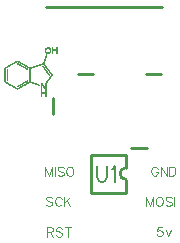
<source format=gbr>
G04 DipTrace 2.3.0.3*
%INTopSilk.gbr*%
%MOIN*%
%ADD10C,0.0098*%
%ADD12C,0.001*%
%ADD43C,0.0077*%
%ADD44C,0.0046*%
%FSLAX44Y44*%
G04*
G70*
G90*
G75*
G01*
%LNTopSilk*%
%LPD*%
X8374Y7039D2*
D10*
X8886D1*
X8847Y9489D2*
X9358D1*
X6587Y9509D2*
X7098D1*
X5773Y8683D2*
Y8172D1*
X8192Y6803D2*
X7011D1*
X8192Y5543D2*
X7011D1*
Y6803D2*
Y5543D1*
X8192Y6803D2*
Y6370D1*
Y5976D2*
Y5543D1*
Y6370D2*
G03X8192Y5976I0J-197D01*
G01*
X9400Y11730D2*
X5537D1*
X5570Y10393D2*
D12*
X5590D1*
X5546Y10383D2*
X5612D1*
X5720D2*
X5740D1*
X5860D2*
X5880D1*
X5528Y10373D2*
X5630D1*
X5720D2*
X5740D1*
X5860D2*
X5880D1*
X5514Y10363D2*
X5540D1*
X5608D2*
X5642D1*
X5720D2*
X5740D1*
X5860D2*
X5880D1*
X5503Y10353D2*
X5530D1*
X5622D2*
X5650D1*
X5720D2*
X5740D1*
X5860D2*
X5880D1*
X5496Y10343D2*
X5520D1*
X5633D2*
X5657D1*
X5720D2*
X5740D1*
X5860D2*
X5880D1*
X5491Y10333D2*
X5512D1*
X5640D2*
X5662D1*
X5720D2*
X5740D1*
X5860D2*
X5880D1*
X5487Y10323D2*
X5506D1*
X5645D2*
X5666D1*
X5720D2*
X5740D1*
X5860D2*
X5880D1*
X5484Y10313D2*
X5503D1*
X5649D2*
X5668D1*
X5720D2*
X5740D1*
X5860D2*
X5880D1*
X5482Y10303D2*
X5501D1*
X5653D2*
X5669D1*
X5720D2*
X5880D1*
X5481Y10293D2*
X5500D1*
X5655D2*
X5670D1*
X5720D2*
X5880D1*
X5480Y10283D2*
X5500D1*
X5654D2*
X5670D1*
X5720D2*
X5880D1*
X5481Y10273D2*
X5500D1*
X5653D2*
X5670D1*
X5720D2*
X5740D1*
X5860D2*
X5880D1*
X5482Y10263D2*
X5502D1*
X5651D2*
X5670D1*
X5720D2*
X5740D1*
X5860D2*
X5880D1*
X5484Y10253D2*
X5504D1*
X5649D2*
X5668D1*
X5720D2*
X5740D1*
X5860D2*
X5880D1*
X5488Y10243D2*
X5509D1*
X5645D2*
X5666D1*
X5720D2*
X5740D1*
X5860D2*
X5880D1*
X5493Y10233D2*
X5515D1*
X5637D2*
X5661D1*
X5720D2*
X5740D1*
X5860D2*
X5880D1*
X5500Y10223D2*
X5537D1*
X5614D2*
X5655D1*
X5720D2*
X5740D1*
X5860D2*
X5880D1*
X5509Y10213D2*
X5574D1*
X5577D2*
X5646D1*
X5720D2*
X5740D1*
X5860D2*
X5880D1*
X5523Y10203D2*
X5633D1*
X5720D2*
X5740D1*
X5860D2*
X5880D1*
X5540Y10193D2*
X5617D1*
X5720D2*
X5740D1*
X5860D2*
X5880D1*
X5560Y10183D2*
X5600D1*
X5530Y10153D2*
X5540D1*
X5525Y10143D2*
X5535D1*
X5521Y10133D2*
X5531D1*
X5517Y10123D2*
X5527D1*
X5513Y10113D2*
X5523D1*
X5510Y10103D2*
X5520D1*
X5507Y10093D2*
X5517D1*
X5503Y10083D2*
X5513D1*
X5500Y10073D2*
X5510D1*
X5497Y10063D2*
X5507D1*
X5493Y10053D2*
X5503D1*
X5490Y10043D2*
X5500D1*
X5487Y10033D2*
X5497D1*
X5483Y10023D2*
X5493D1*
X5480Y10013D2*
X5490D1*
X5477Y10003D2*
X5487D1*
X5473Y9993D2*
X5483D1*
X5470Y9983D2*
X5480D1*
X5467Y9973D2*
X5477D1*
X5463Y9963D2*
X5473D1*
X5460Y9953D2*
X5470D1*
X4560Y9943D2*
D3*
X5457D2*
X5467D1*
X4540Y9933D2*
X4580D1*
X5453D2*
X5463D1*
X4520Y9923D2*
X4550D1*
X4568D2*
X4598D1*
X5450D2*
X5460D1*
X4502Y9913D2*
X4532D1*
X4586D2*
X4616D1*
X5447D2*
X5457D1*
X4484Y9903D2*
X4514D1*
X4603D2*
X4633D1*
X5443D2*
X5453D1*
X4467Y9893D2*
X4497D1*
X4622D2*
X4652D1*
X5440D2*
X5450D1*
X4448Y9883D2*
X4478D1*
X4641D2*
X4670D1*
X5436D2*
X5447D1*
X4429Y9873D2*
X4459D1*
X4660D2*
X4689D1*
X5431D2*
X5444D1*
X4410Y9863D2*
X4440D1*
X4678D2*
X4706D1*
X5423D2*
X5442D1*
X4392Y9853D2*
X4422D1*
X4560D2*
X4580D1*
X4696D2*
X4723D1*
X5406D2*
X5442D1*
X4374Y9843D2*
X4404D1*
X4572D2*
X4597D1*
X4713D2*
X4741D1*
X5383D2*
X5446D1*
X4357Y9833D2*
X4387D1*
X4586D2*
X4614D1*
X4730D2*
X4759D1*
X5356D2*
X5410D1*
X5430D2*
X5451D1*
X4339Y9823D2*
X4369D1*
X4603D2*
X4632D1*
X4747D2*
X4776D1*
X5325D2*
X5380D1*
X5440D2*
X5457D1*
X4321Y9813D2*
X4351D1*
X4621D2*
X4650D1*
X4764D2*
X4793D1*
X5293D2*
X5348D1*
X5448D2*
X5464D1*
X4304Y9803D2*
X4334D1*
X4639D2*
X4669D1*
X4782D2*
X4812D1*
X5261D2*
X5316D1*
X5456D2*
X5471D1*
X4287Y9793D2*
X4317D1*
X4656D2*
X4686D1*
X4801D2*
X4830D1*
X5229D2*
X5283D1*
X5463D2*
X5479D1*
X4268Y9783D2*
X4299D1*
X4673D2*
X4703D1*
X4820D2*
X4849D1*
X5196D2*
X5251D1*
X5471D2*
X5486D1*
X4250Y9773D2*
X4281D1*
X4692D2*
X4722D1*
X4838D2*
X4866D1*
X5163D2*
X5219D1*
X5479D2*
X5493D1*
X4231Y9763D2*
X4264D1*
X4711D2*
X4741D1*
X4856D2*
X4883D1*
X5131D2*
X5186D1*
X5400D2*
X5410D1*
X5486D2*
X5501D1*
X4214Y9753D2*
X4247D1*
X4730D2*
X4760D1*
X4873D2*
X4901D1*
X5099D2*
X5153D1*
X5407D2*
X5420D1*
X5493D2*
X5509D1*
X4197Y9743D2*
X4229D1*
X4748D2*
X4778D1*
X4891D2*
X4919D1*
X5068D2*
X5122D1*
X5414D2*
X5428D1*
X5501D2*
X5516D1*
X4179Y9733D2*
X4211D1*
X4766D2*
X4796D1*
X4909D2*
X4935D1*
X5038D2*
X5091D1*
X5421D2*
X5436D1*
X5509D2*
X5523D1*
X4163Y9723D2*
X4194D1*
X4783D2*
X4813D1*
X4926D2*
X4950D1*
X5010D2*
X5061D1*
X5429D2*
X5443D1*
X5516D2*
X5531D1*
X4150Y9713D2*
X4179D1*
X4801D2*
X4831D1*
X4941D2*
X5033D1*
X5436D2*
X5451D1*
X5523D2*
X5539D1*
X4145Y9703D2*
X4167D1*
X4819D2*
X4849D1*
X4953D2*
X5010D1*
X5443D2*
X5459D1*
X5531D2*
X5546D1*
X4142Y9693D2*
X4157D1*
X4836D2*
X4866D1*
X4963D2*
X4993D1*
X5451D2*
X5466D1*
X5539D2*
X5553D1*
X4141Y9683D2*
X4153D1*
X4853D2*
X4883D1*
X4967D2*
X4985D1*
X5459D2*
X5473D1*
X5546D2*
X5562D1*
X4140Y9673D2*
X4151D1*
X4871D2*
X4900D1*
X4969D2*
X4982D1*
X5466D2*
X5481D1*
X5553D2*
X5570D1*
X4140Y9663D2*
X4151D1*
X4210D2*
X4220D1*
X4890D2*
D3*
X4969D2*
X4981D1*
X5473D2*
X5489D1*
X5562D2*
X5579D1*
X4140Y9653D2*
X4150D1*
X4210D2*
X4220D1*
X4970D2*
X4980D1*
X5481D2*
X5496D1*
X5570D2*
X5586D1*
X4140Y9643D2*
X4150D1*
X4210D2*
X4220D1*
X4970D2*
X4980D1*
X5489D2*
X5503D1*
X5579D2*
X5593D1*
X4140Y9633D2*
X4150D1*
X4210D2*
X4220D1*
X4970D2*
X4980D1*
X5496D2*
X5511D1*
X5586D2*
X5600D1*
X4140Y9623D2*
X4150D1*
X4210D2*
X4220D1*
X4970D2*
X4980D1*
X5503D2*
X5519D1*
X5593D2*
X5607D1*
X4140Y9613D2*
X4150D1*
X4210D2*
X4220D1*
X4970D2*
X4980D1*
X5511D2*
X5526D1*
X5601D2*
X5614D1*
X4140Y9603D2*
X4150D1*
X4210D2*
X4220D1*
X4970D2*
X4980D1*
X5519D2*
X5533D1*
X5609D2*
X5622D1*
X4140Y9593D2*
X4150D1*
X4210D2*
X4220D1*
X4970D2*
X4980D1*
X5526D2*
X5541D1*
X5616D2*
X5630D1*
X4140Y9583D2*
X4150D1*
X4210D2*
X4220D1*
X4970D2*
X4980D1*
X5533D2*
X5549D1*
X5623D2*
X5639D1*
X4140Y9573D2*
X4150D1*
X4210D2*
X4220D1*
X4970D2*
X4980D1*
X5541D2*
X5556D1*
X5630D2*
X5646D1*
X4140Y9563D2*
X4150D1*
X4210D2*
X4220D1*
X4970D2*
X4980D1*
X5549D2*
X5563D1*
X5637D2*
X5653D1*
X4140Y9553D2*
X4150D1*
X4210D2*
X4220D1*
X4970D2*
X4980D1*
X5556D2*
X5571D1*
X5644D2*
X5661D1*
X4140Y9543D2*
X4150D1*
X4210D2*
X4220D1*
X4970D2*
X4980D1*
X5563D2*
X5579D1*
X5651D2*
X5669D1*
X4140Y9533D2*
X4150D1*
X4210D2*
X4220D1*
X4970D2*
X4980D1*
X5571D2*
X5586D1*
X5659D2*
X5676D1*
X4140Y9523D2*
X4150D1*
X4210D2*
X4220D1*
X4970D2*
X4980D1*
X5579D2*
X5593D1*
X5666D2*
X5683D1*
X4140Y9513D2*
X4150D1*
X4210D2*
X4220D1*
X4970D2*
X4980D1*
X5586D2*
X5601D1*
X5673D2*
X5691D1*
X4140Y9503D2*
X4150D1*
X4210D2*
X4220D1*
X4970D2*
X4980D1*
X5593D2*
X5609D1*
X5681D2*
X5699D1*
X4140Y9493D2*
X4150D1*
X4210D2*
X4220D1*
X4970D2*
X4980D1*
X5602D2*
X5614D1*
X5689D2*
X5706D1*
X4140Y9483D2*
X4150D1*
X4210D2*
X4220D1*
X4970D2*
X4980D1*
X5611D2*
X5618D1*
X5695D2*
X5713D1*
X4140Y9473D2*
X4150D1*
X4210D2*
X4220D1*
X4970D2*
X4980D1*
X5620D2*
D3*
X5697D2*
X5720D1*
X4140Y9463D2*
X4150D1*
X4210D2*
X4220D1*
X4970D2*
X4980D1*
X5693D2*
X5712D1*
X4140Y9453D2*
X4150D1*
X4210D2*
X4220D1*
X4970D2*
X4980D1*
X5687D2*
X5704D1*
X4140Y9443D2*
X4150D1*
X4210D2*
X4220D1*
X4970D2*
X4980D1*
X5680D2*
X5697D1*
X4140Y9433D2*
X4150D1*
X4210D2*
X4220D1*
X4970D2*
X4980D1*
X5674D2*
X5690D1*
X4140Y9423D2*
X4150D1*
X4210D2*
X4220D1*
X4970D2*
X4980D1*
X5666D2*
X5683D1*
X4140Y9413D2*
X4150D1*
X4210D2*
X4220D1*
X4970D2*
X4980D1*
X5659D2*
X5676D1*
X4140Y9403D2*
X4150D1*
X4210D2*
X4220D1*
X4970D2*
X4980D1*
X5651D2*
X5668D1*
X4140Y9393D2*
X4150D1*
X4210D2*
X4220D1*
X4970D2*
X4980D1*
X5644D2*
X5659D1*
X4140Y9383D2*
X4150D1*
X4210D2*
X4220D1*
X4970D2*
X4980D1*
X5637D2*
X5650D1*
X4140Y9373D2*
X4150D1*
X4210D2*
X4220D1*
X4970D2*
X4980D1*
X5628D2*
X5642D1*
X4140Y9363D2*
X4150D1*
X4210D2*
X4220D1*
X4970D2*
X4980D1*
X5620D2*
X5634D1*
X4140Y9353D2*
X4150D1*
X4210D2*
X4220D1*
X4970D2*
X4980D1*
X5611D2*
X5627D1*
X4140Y9343D2*
X4150D1*
X4210D2*
X4220D1*
X4970D2*
X4980D1*
X5604D2*
X5620D1*
X4140Y9333D2*
X4150D1*
X4210D2*
X4220D1*
X4970D2*
X4980D1*
X5597D2*
X5613D1*
X4140Y9323D2*
X4150D1*
X4210D2*
X4220D1*
X4970D2*
X4980D1*
X5589D2*
X5606D1*
X4140Y9313D2*
X4150D1*
X4210D2*
X4220D1*
X4970D2*
X4980D1*
X5581D2*
X5599D1*
X4140Y9303D2*
X4150D1*
X4210D2*
X4220D1*
X4970D2*
X4980D1*
X5574D2*
X5591D1*
X4140Y9293D2*
X4150D1*
X4210D2*
X4220D1*
X4970D2*
X4980D1*
X5567D2*
X5584D1*
X4140Y9283D2*
X4150D1*
X4210D2*
X4220D1*
X4890D2*
X4900D1*
X4970D2*
X4980D1*
X5559D2*
X5577D1*
X4140Y9273D2*
X4150D1*
X4870D2*
X4890D1*
X4970D2*
X4981D1*
X5551D2*
X5569D1*
X4140Y9263D2*
X4152D1*
X4852D2*
X4877D1*
X4968D2*
X4983D1*
X5544D2*
X5561D1*
X4141Y9253D2*
X4158D1*
X4834D2*
X4862D1*
X4962D2*
X4992D1*
X5539D2*
X5554D1*
X4143Y9243D2*
X4167D1*
X4817D2*
X4846D1*
X4953D2*
X5011D1*
X5534D2*
X5547D1*
X4152Y9233D2*
X4180D1*
X4798D2*
X4828D1*
X4940D2*
X5035D1*
X5530D2*
X5540D1*
X4165Y9223D2*
X4195D1*
X4780D2*
X4810D1*
X4925D2*
X4948D1*
X5010D2*
X5063D1*
X4181Y9213D2*
X4212D1*
X4761D2*
X4791D1*
X4908D2*
X4934D1*
X5040D2*
X5094D1*
X4197Y9203D2*
X4229D1*
X4744D2*
X4774D1*
X4891D2*
X4917D1*
X5070D2*
X5125D1*
X4214Y9193D2*
X4246D1*
X4727D2*
X4757D1*
X4874D2*
X4899D1*
X5102D2*
X5156D1*
X5350D2*
X5380D1*
X5490D2*
X5510D1*
X4232Y9183D2*
X4264D1*
X4709D2*
X4739D1*
X4856D2*
X4881D1*
X5134D2*
X5188D1*
X5350D2*
X5385D1*
X5490D2*
X5510D1*
X4251Y9173D2*
X4282D1*
X4691D2*
X4721D1*
X4838D2*
X4864D1*
X5167D2*
X5218D1*
X5350D2*
X5392D1*
X5490D2*
X5510D1*
X4270Y9163D2*
X4300D1*
X4674D2*
X4704D1*
X4819D2*
X4847D1*
X5199D2*
X5247D1*
X5350D2*
X5399D1*
X5490D2*
X5510D1*
X4290Y9153D2*
X4319D1*
X4657D2*
X4687D1*
X4800D2*
X4829D1*
X5231D2*
X5270D1*
X5350D2*
X5406D1*
X5490D2*
X5510D1*
X4308Y9143D2*
X4336D1*
X4638D2*
X4668D1*
X4780D2*
X4811D1*
X5265D2*
X5287D1*
X5350D2*
X5370D1*
X5392D2*
X5413D1*
X5490D2*
X5510D1*
X4326Y9133D2*
X4353D1*
X4619D2*
X4649D1*
X4762D2*
X4794D1*
X5300D2*
D3*
X5350D2*
X5370D1*
X5396D2*
X5420D1*
X5490D2*
X5510D1*
X4343Y9123D2*
X4371D1*
X4601D2*
X4630D1*
X4744D2*
X4777D1*
X5350D2*
X5370D1*
X5402D2*
X5427D1*
X5490D2*
X5510D1*
X4361Y9113D2*
X4389D1*
X4584D2*
X4612D1*
X4727D2*
X4758D1*
X5350D2*
X5370D1*
X5409D2*
X5433D1*
X5490D2*
X5510D1*
X4379Y9103D2*
X4406D1*
X4571D2*
X4595D1*
X4709D2*
X4740D1*
X5350D2*
X5370D1*
X5416D2*
X5440D1*
X5490D2*
X5510D1*
X4396Y9093D2*
X4423D1*
X4560D2*
X4580D1*
X4691D2*
X4721D1*
X5350D2*
X5370D1*
X5423D2*
X5447D1*
X5490D2*
X5510D1*
X4413Y9083D2*
X4442D1*
X4674D2*
X4704D1*
X5350D2*
X5370D1*
X5430D2*
X5453D1*
X5490D2*
X5510D1*
X4432Y9073D2*
X4461D1*
X4657D2*
X4687D1*
X5350D2*
X5370D1*
X5437D2*
X5460D1*
X5490D2*
X5510D1*
X4450Y9063D2*
X4480D1*
X4638D2*
X4668D1*
X5350D2*
X5370D1*
X5443D2*
X5467D1*
X5488D2*
X5510D1*
X4469Y9053D2*
X4498D1*
X4620D2*
X4650D1*
X5350D2*
X5370D1*
X5450D2*
X5473D1*
X5485D2*
X5510D1*
X4486Y9043D2*
X4516D1*
X4602D2*
X4631D1*
X5350D2*
X5370D1*
X5457D2*
X5510D1*
X4503Y9033D2*
X4533D1*
X4585D2*
X4614D1*
X5350D2*
X5370D1*
X5464D2*
X5510D1*
X4522Y9023D2*
X4550D1*
X4570D2*
X4597D1*
X5350D2*
X5370D1*
X5472D2*
X5510D1*
X4541Y9013D2*
X4579D1*
X5350D2*
X5370D1*
X5481D2*
X5510D1*
X4560Y9003D2*
D3*
X5350D2*
X5370D1*
X5490D2*
X5510D1*
X5350Y8953D2*
X5370D1*
X5490D2*
X5510D1*
X5350Y8943D2*
X5370D1*
X5490D2*
X5510D1*
X5350Y8933D2*
X5370D1*
X5490D2*
X5510D1*
X5350Y8923D2*
X5370D1*
X5490D2*
X5510D1*
X5350Y8913D2*
X5370D1*
X5490D2*
X5510D1*
X5350Y8903D2*
X5370D1*
X5490D2*
X5510D1*
X5350Y8893D2*
X5370D1*
X5490D2*
X5510D1*
X5350Y8883D2*
X5370D1*
X5490D2*
X5510D1*
X5350Y8873D2*
X5510D1*
X5350Y8863D2*
X5510D1*
X5350Y8853D2*
X5510D1*
X5350Y8843D2*
X5370D1*
X5490D2*
X5510D1*
X5350Y8833D2*
X5370D1*
X5490D2*
X5510D1*
X5350Y8823D2*
X5370D1*
X5490D2*
X5510D1*
X5350Y8813D2*
X5370D1*
X5490D2*
X5510D1*
X5350Y8803D2*
X5370D1*
X5490D2*
X5510D1*
X5350Y8793D2*
X5370D1*
X5490D2*
X5510D1*
X5350Y8783D2*
X5370D1*
X5490D2*
X5510D1*
X5350Y8773D2*
X5370D1*
X5490D2*
X5510D1*
X5350Y8763D2*
X5370D1*
X5490D2*
X5510D1*
X5350Y8753D2*
X5370D1*
X5490D2*
X5510D1*
X5570Y10393D2*
X5546Y10383D1*
X5528Y10373D1*
X5514Y10363D1*
X5503Y10353D1*
X5496Y10343D1*
X5491Y10333D1*
X5487Y10323D1*
X5484Y10313D1*
X5482Y10303D1*
X5481Y10293D1*
X5480Y10283D1*
X5481Y10273D1*
X5482Y10263D1*
X5484Y10253D1*
X5488Y10243D1*
X5493Y10233D1*
X5500Y10223D1*
X5509Y10213D1*
X5523Y10203D1*
X5540Y10193D1*
X5560Y10183D1*
X5590Y10393D2*
X5612Y10383D1*
X5630Y10373D1*
X5642Y10363D1*
X5650Y10353D1*
X5657Y10343D1*
X5662Y10333D1*
X5666Y10323D1*
X5668Y10313D1*
X5669Y10303D1*
X5670Y10293D1*
Y10283D1*
Y10273D1*
Y10263D1*
X5668Y10253D1*
X5666Y10243D1*
X5661Y10233D1*
X5655Y10223D1*
X5646Y10213D1*
X5633Y10203D1*
X5617Y10193D1*
X5600Y10183D1*
X5720Y10383D2*
Y10373D1*
Y10363D1*
Y10353D1*
Y10343D1*
Y10333D1*
Y10323D1*
Y10313D1*
Y10303D1*
Y10293D1*
Y10283D1*
Y10273D1*
Y10263D1*
Y10253D1*
Y10243D1*
Y10233D1*
Y10223D1*
Y10213D1*
Y10203D1*
Y10193D1*
X5740Y10383D2*
Y10373D1*
Y10363D1*
Y10353D1*
Y10343D1*
Y10333D1*
Y10323D1*
Y10313D1*
X5850Y10303D1*
X5860Y10383D2*
Y10373D1*
Y10363D1*
Y10353D1*
Y10343D1*
Y10333D1*
Y10323D1*
Y10313D1*
X5750Y10303D1*
X5880Y10383D2*
Y10373D1*
Y10363D1*
Y10353D1*
Y10343D1*
Y10333D1*
Y10323D1*
Y10313D1*
Y10303D1*
Y10293D1*
Y10283D1*
Y10273D1*
Y10263D1*
Y10253D1*
Y10243D1*
Y10233D1*
Y10223D1*
Y10213D1*
Y10203D1*
Y10193D1*
X5550Y10373D2*
X5540Y10363D1*
X5530Y10353D1*
X5520Y10343D1*
X5512Y10333D1*
X5506Y10323D1*
X5503Y10313D1*
X5501Y10303D1*
X5500Y10293D1*
Y10283D1*
Y10273D1*
X5502Y10263D1*
X5504Y10253D1*
X5509Y10243D1*
X5515Y10233D1*
X5537Y10223D1*
X5574Y10213D1*
X5620Y10203D1*
X5590Y10373D2*
X5608Y10363D1*
X5622Y10353D1*
X5633Y10343D1*
X5640Y10333D1*
X5645Y10323D1*
X5649Y10313D1*
X5653Y10303D1*
X5655Y10293D1*
X5654Y10283D1*
X5653Y10273D1*
X5651Y10263D1*
X5649Y10253D1*
X5645Y10243D1*
X5637Y10233D1*
X5614Y10223D1*
X5577Y10213D1*
X5530Y10203D1*
X5740Y10283D2*
Y10273D1*
Y10263D1*
Y10253D1*
Y10243D1*
Y10233D1*
Y10223D1*
Y10213D1*
Y10203D1*
Y10193D1*
X5860Y10283D2*
Y10273D1*
Y10263D1*
Y10253D1*
Y10243D1*
Y10233D1*
Y10223D1*
Y10213D1*
Y10203D1*
Y10193D1*
X5530Y10153D2*
X5525Y10143D1*
X5521Y10133D1*
X5517Y10123D1*
X5513Y10113D1*
X5510Y10103D1*
X5507Y10093D1*
X5503Y10083D1*
X5500Y10073D1*
X5497Y10063D1*
X5493Y10053D1*
X5490Y10043D1*
X5487Y10033D1*
X5483Y10023D1*
X5480Y10013D1*
X5477Y10003D1*
X5473Y9993D1*
X5470Y9983D1*
X5467Y9973D1*
X5463Y9963D1*
X5460Y9953D1*
X5457Y9943D1*
X5453Y9933D1*
X5450Y9923D1*
X5447Y9913D1*
X5443Y9903D1*
X5440Y9893D1*
X5436Y9883D1*
X5431Y9873D1*
X5423Y9863D1*
X5406Y9853D1*
X5383Y9843D1*
X5356Y9833D1*
X5325Y9823D1*
X5293Y9813D1*
X5261Y9803D1*
X5229Y9793D1*
X5196Y9783D1*
X5163Y9773D1*
X5131Y9763D1*
X5099Y9753D1*
X5068Y9743D1*
X5038Y9733D1*
X5010Y9723D1*
X5540Y10153D2*
X5535Y10143D1*
X5531Y10133D1*
X5527Y10123D1*
X5523Y10113D1*
X5520Y10103D1*
X5517Y10093D1*
X5513Y10083D1*
X5510Y10073D1*
X5507Y10063D1*
X5503Y10053D1*
X5500Y10043D1*
X5497Y10033D1*
X5493Y10023D1*
X5490Y10013D1*
X5487Y10003D1*
X5483Y9993D1*
X5480Y9983D1*
X5477Y9973D1*
X5473Y9963D1*
X5470Y9953D1*
X5467Y9943D1*
X5463Y9933D1*
X5460Y9923D1*
X5457Y9913D1*
X5453Y9903D1*
X5450Y9893D1*
X5447Y9883D1*
X5444Y9873D1*
X5442Y9863D1*
Y9853D1*
X5446Y9843D1*
X5451Y9833D1*
X5457Y9823D1*
X5464Y9813D1*
X5471Y9803D1*
X5479Y9793D1*
X5486Y9783D1*
X5493Y9773D1*
X5501Y9763D1*
X5509Y9753D1*
X5516Y9743D1*
X5523Y9733D1*
X5531Y9723D1*
X5539Y9713D1*
X5546Y9703D1*
X5553Y9693D1*
X5562Y9683D1*
X5570Y9673D1*
X5579Y9663D1*
X5586Y9653D1*
X5593Y9643D1*
X5600Y9633D1*
X5607Y9623D1*
X5614Y9613D1*
X5622Y9603D1*
X5630Y9593D1*
X5639Y9583D1*
X5646Y9573D1*
X5653Y9563D1*
X5661Y9553D1*
X5669Y9543D1*
X5676Y9533D1*
X5683Y9523D1*
X5691Y9513D1*
X5699Y9503D1*
X5706Y9493D1*
X5713Y9483D1*
X5720Y9473D1*
X5712Y9463D1*
X5704Y9453D1*
X5697Y9443D1*
X5690Y9433D1*
X5683Y9423D1*
X5676Y9413D1*
X5668Y9403D1*
X5659Y9393D1*
X5650Y9383D1*
X5642Y9373D1*
X5634Y9363D1*
X5627Y9353D1*
X5620Y9343D1*
X5613Y9333D1*
X5606Y9323D1*
X5599Y9313D1*
X5591Y9303D1*
X5584Y9293D1*
X5577Y9283D1*
X5569Y9273D1*
X5561Y9263D1*
X5554Y9253D1*
X5547Y9243D1*
X5540Y9233D1*
X4560Y9943D2*
X4540Y9933D1*
X4520Y9923D1*
X4502Y9913D1*
X4484Y9903D1*
X4467Y9893D1*
X4448Y9883D1*
X4429Y9873D1*
X4410Y9863D1*
X4392Y9853D1*
X4374Y9843D1*
X4357Y9833D1*
X4339Y9823D1*
X4321Y9813D1*
X4304Y9803D1*
X4287Y9793D1*
X4268Y9783D1*
X4250Y9773D1*
X4231Y9763D1*
X4214Y9753D1*
X4197Y9743D1*
X4179Y9733D1*
X4163Y9723D1*
X4150Y9713D1*
X4145Y9703D1*
X4142Y9693D1*
X4141Y9683D1*
X4140Y9673D1*
Y9663D1*
Y9653D1*
Y9643D1*
Y9633D1*
Y9623D1*
Y9613D1*
Y9603D1*
Y9593D1*
Y9583D1*
Y9573D1*
Y9563D1*
Y9553D1*
Y9543D1*
Y9533D1*
Y9523D1*
Y9513D1*
Y9503D1*
Y9493D1*
Y9483D1*
Y9473D1*
Y9463D1*
Y9453D1*
Y9443D1*
Y9433D1*
Y9423D1*
Y9413D1*
Y9403D1*
Y9393D1*
Y9383D1*
Y9373D1*
Y9363D1*
Y9353D1*
Y9343D1*
Y9333D1*
Y9323D1*
Y9313D1*
Y9303D1*
Y9293D1*
Y9283D1*
Y9273D1*
Y9263D1*
X4141Y9253D1*
X4143Y9243D1*
X4152Y9233D1*
X4165Y9223D1*
X4181Y9213D1*
X4197Y9203D1*
X4214Y9193D1*
X4232Y9183D1*
X4251Y9173D1*
X4270Y9163D1*
X4290Y9153D1*
X4308Y9143D1*
X4326Y9133D1*
X4343Y9123D1*
X4361Y9113D1*
X4379Y9103D1*
X4396Y9093D1*
X4413Y9083D1*
X4432Y9073D1*
X4450Y9063D1*
X4469Y9053D1*
X4486Y9043D1*
X4503Y9033D1*
X4522Y9023D1*
X4541Y9013D1*
X4560Y9003D1*
X4580Y9933D2*
X4598Y9923D1*
X4616Y9913D1*
X4633Y9903D1*
X4652Y9893D1*
X4670Y9883D1*
X4689Y9873D1*
X4706Y9863D1*
X4723Y9853D1*
X4741Y9843D1*
X4759Y9833D1*
X4776Y9823D1*
X4793Y9813D1*
X4812Y9803D1*
X4830Y9793D1*
X4849Y9783D1*
X4866Y9773D1*
X4883Y9763D1*
X4901Y9753D1*
X4919Y9743D1*
X4935Y9733D1*
X4950Y9723D1*
X4570Y9933D2*
X4550Y9923D1*
X4532Y9913D1*
X4514Y9903D1*
X4497Y9893D1*
X4478Y9883D1*
X4459Y9873D1*
X4440Y9863D1*
X4422Y9853D1*
X4404Y9843D1*
X4387Y9833D1*
X4369Y9823D1*
X4351Y9813D1*
X4334Y9803D1*
X4317Y9793D1*
X4299Y9783D1*
X4281Y9773D1*
X4264Y9763D1*
X4247Y9753D1*
X4229Y9743D1*
X4211Y9733D1*
X4194Y9723D1*
X4179Y9713D1*
X4167Y9703D1*
X4157Y9693D1*
X4153Y9683D1*
X4151Y9673D1*
Y9663D1*
X4150Y9653D1*
Y9643D1*
Y9633D1*
Y9623D1*
Y9613D1*
Y9603D1*
Y9593D1*
Y9583D1*
Y9573D1*
Y9563D1*
Y9553D1*
Y9543D1*
Y9533D1*
Y9523D1*
Y9513D1*
Y9503D1*
Y9493D1*
Y9483D1*
Y9473D1*
Y9463D1*
Y9453D1*
Y9443D1*
Y9433D1*
Y9423D1*
Y9413D1*
Y9403D1*
Y9393D1*
Y9383D1*
Y9373D1*
Y9363D1*
Y9353D1*
Y9343D1*
Y9333D1*
Y9323D1*
Y9313D1*
Y9303D1*
Y9293D1*
Y9283D1*
Y9273D1*
X4152Y9263D1*
X4158Y9253D1*
X4167Y9243D1*
X4180Y9233D1*
X4195Y9223D1*
X4212Y9213D1*
X4229Y9203D1*
X4246Y9193D1*
X4264Y9183D1*
X4282Y9173D1*
X4300Y9163D1*
X4319Y9153D1*
X4336Y9143D1*
X4353Y9133D1*
X4371Y9123D1*
X4389Y9113D1*
X4406Y9103D1*
X4423Y9093D1*
X4442Y9083D1*
X4461Y9073D1*
X4480Y9063D1*
X4498Y9053D1*
X4516Y9043D1*
X4533Y9033D1*
X4550Y9023D1*
Y9933D2*
X4568Y9923D1*
X4586Y9913D1*
X4603Y9903D1*
X4622Y9893D1*
X4641Y9883D1*
X4660Y9873D1*
X4678Y9863D1*
X4696Y9853D1*
X4713Y9843D1*
X4730Y9833D1*
X4747Y9823D1*
X4764Y9813D1*
X4782Y9803D1*
X4801Y9793D1*
X4820Y9783D1*
X4838Y9773D1*
X4856Y9763D1*
X4873Y9753D1*
X4891Y9743D1*
X4909Y9733D1*
X4926Y9723D1*
X4941Y9713D1*
X4953Y9703D1*
X4963Y9693D1*
X4967Y9683D1*
X4969Y9673D1*
Y9663D1*
X4970Y9653D1*
Y9643D1*
Y9633D1*
Y9623D1*
Y9613D1*
Y9603D1*
Y9593D1*
Y9583D1*
Y9573D1*
Y9563D1*
Y9553D1*
Y9543D1*
Y9533D1*
Y9523D1*
Y9513D1*
Y9503D1*
Y9493D1*
Y9483D1*
Y9473D1*
Y9463D1*
Y9453D1*
Y9443D1*
Y9433D1*
Y9423D1*
Y9413D1*
Y9403D1*
Y9393D1*
Y9383D1*
Y9373D1*
Y9363D1*
Y9353D1*
Y9343D1*
Y9333D1*
Y9323D1*
Y9313D1*
Y9303D1*
Y9293D1*
Y9283D1*
Y9273D1*
X4968Y9263D1*
X4962Y9253D1*
X4953Y9243D1*
X4940Y9233D1*
X4925Y9223D1*
X4908Y9213D1*
X4891Y9203D1*
X4874Y9193D1*
X4856Y9183D1*
X4838Y9173D1*
X4819Y9163D1*
X4800Y9153D1*
X4780Y9143D1*
X4762Y9133D1*
X4744Y9123D1*
X4727Y9113D1*
X4709Y9103D1*
X4691Y9093D1*
X4674Y9083D1*
X4657Y9073D1*
X4638Y9063D1*
X4620Y9053D1*
X4602Y9043D1*
X4585Y9033D1*
X4570Y9023D1*
X4560Y9853D2*
X4572Y9843D1*
X4586Y9833D1*
X4603Y9823D1*
X4621Y9813D1*
X4639Y9803D1*
X4656Y9793D1*
X4673Y9783D1*
X4692Y9773D1*
X4711Y9763D1*
X4730Y9753D1*
X4748Y9743D1*
X4766Y9733D1*
X4783Y9723D1*
X4801Y9713D1*
X4819Y9703D1*
X4836Y9693D1*
X4853Y9683D1*
X4871Y9673D1*
X4890Y9663D1*
X4580Y9853D2*
X4597Y9843D1*
X4614Y9833D1*
X4632Y9823D1*
X4650Y9813D1*
X4669Y9803D1*
X4686Y9793D1*
X4703Y9783D1*
X4722Y9773D1*
X4741Y9763D1*
X4760Y9753D1*
X4778Y9743D1*
X4796Y9733D1*
X4813Y9723D1*
X4831Y9713D1*
X4849Y9703D1*
X4866Y9693D1*
X4883Y9683D1*
X4900Y9673D1*
X4890Y9663D1*
X5440Y9843D2*
X5410Y9833D1*
X5380Y9823D1*
X5348Y9813D1*
X5316Y9803D1*
X5283Y9793D1*
X5251Y9783D1*
X5219Y9773D1*
X5186Y9763D1*
X5153Y9753D1*
X5122Y9743D1*
X5091Y9733D1*
X5061Y9723D1*
X5033Y9713D1*
X5010Y9703D1*
X4993Y9693D1*
X4985Y9683D1*
X4982Y9673D1*
X4981Y9663D1*
X4980Y9653D1*
Y9643D1*
Y9633D1*
Y9623D1*
Y9613D1*
Y9603D1*
Y9593D1*
Y9583D1*
Y9573D1*
Y9563D1*
Y9553D1*
Y9543D1*
Y9533D1*
Y9523D1*
Y9513D1*
Y9503D1*
Y9493D1*
Y9483D1*
Y9473D1*
Y9463D1*
Y9453D1*
Y9443D1*
Y9433D1*
Y9423D1*
Y9413D1*
Y9403D1*
Y9393D1*
Y9383D1*
Y9373D1*
Y9363D1*
Y9353D1*
Y9343D1*
Y9333D1*
Y9323D1*
Y9313D1*
Y9303D1*
Y9293D1*
Y9283D1*
X4981Y9273D1*
X4983Y9263D1*
X4992Y9253D1*
X5011Y9243D1*
X5035Y9233D1*
X5063Y9223D1*
X5094Y9213D1*
X5125Y9203D1*
X5156Y9193D1*
X5188Y9183D1*
X5218Y9173D1*
X5247Y9163D1*
X5270Y9153D1*
X5287Y9143D1*
X5300Y9133D1*
X5420Y9843D2*
X5430Y9833D1*
X5440Y9823D1*
X5448Y9813D1*
X5456Y9803D1*
X5463Y9793D1*
X5471Y9783D1*
X5479Y9773D1*
X5486Y9763D1*
X5493Y9753D1*
X5501Y9743D1*
X5509Y9733D1*
X5516Y9723D1*
X5523Y9713D1*
X5531Y9703D1*
X5539Y9693D1*
X5546Y9683D1*
X5553Y9673D1*
X5562Y9663D1*
X5570Y9653D1*
X5579Y9643D1*
X5586Y9633D1*
X5593Y9623D1*
X5601Y9613D1*
X5609Y9603D1*
X5616Y9593D1*
X5623Y9583D1*
X5630Y9573D1*
X5637Y9563D1*
X5644Y9553D1*
X5651Y9543D1*
X5659Y9533D1*
X5666Y9523D1*
X5673Y9513D1*
X5681Y9503D1*
X5689Y9493D1*
X5695Y9483D1*
X5697Y9473D1*
X5693Y9463D1*
X5687Y9453D1*
X5680Y9443D1*
X5674Y9433D1*
X5666Y9423D1*
X5659Y9413D1*
X5651Y9403D1*
X5644Y9393D1*
X5637Y9383D1*
X5628Y9373D1*
X5620Y9363D1*
X5611Y9353D1*
X5604Y9343D1*
X5597Y9333D1*
X5589Y9323D1*
X5581Y9313D1*
X5574Y9303D1*
X5567Y9293D1*
X5559Y9283D1*
X5551Y9273D1*
X5544Y9263D1*
X5539Y9253D1*
X5534Y9243D1*
X5530Y9233D1*
X5400Y9763D2*
X5407Y9753D1*
X5414Y9743D1*
X5421Y9733D1*
X5429Y9723D1*
X5436Y9713D1*
X5443Y9703D1*
X5451Y9693D1*
X5459Y9683D1*
X5466Y9673D1*
X5473Y9663D1*
X5481Y9653D1*
X5489Y9643D1*
X5496Y9633D1*
X5503Y9623D1*
X5511Y9613D1*
X5519Y9603D1*
X5526Y9593D1*
X5533Y9583D1*
X5541Y9573D1*
X5549Y9563D1*
X5556Y9553D1*
X5563Y9543D1*
X5571Y9533D1*
X5579Y9523D1*
X5586Y9513D1*
X5593Y9503D1*
X5602Y9493D1*
X5611Y9483D1*
X5620Y9473D1*
X5410Y9763D2*
X5420Y9753D1*
X5428Y9743D1*
X5436Y9733D1*
X5443Y9723D1*
X5451Y9713D1*
X5459Y9703D1*
X5466Y9693D1*
X5473Y9683D1*
X5481Y9673D1*
X5489Y9663D1*
X5496Y9653D1*
X5503Y9643D1*
X5511Y9633D1*
X5519Y9623D1*
X5526Y9613D1*
X5533Y9603D1*
X5541Y9593D1*
X5549Y9583D1*
X5556Y9573D1*
X5563Y9563D1*
X5571Y9553D1*
X5579Y9543D1*
X5586Y9533D1*
X5593Y9523D1*
X5601Y9513D1*
X5609Y9503D1*
X5614Y9493D1*
X5618Y9483D1*
X5620Y9473D1*
X4210Y9663D2*
Y9653D1*
Y9643D1*
Y9633D1*
Y9623D1*
Y9613D1*
Y9603D1*
Y9593D1*
Y9583D1*
Y9573D1*
Y9563D1*
Y9553D1*
Y9543D1*
Y9533D1*
Y9523D1*
Y9513D1*
Y9503D1*
Y9493D1*
Y9483D1*
Y9473D1*
Y9463D1*
Y9453D1*
Y9443D1*
Y9433D1*
Y9423D1*
Y9413D1*
Y9403D1*
Y9393D1*
Y9383D1*
Y9373D1*
Y9363D1*
Y9353D1*
Y9343D1*
Y9333D1*
Y9323D1*
Y9313D1*
Y9303D1*
Y9293D1*
Y9283D1*
X4220Y9663D2*
Y9653D1*
Y9643D1*
Y9633D1*
Y9623D1*
Y9613D1*
Y9603D1*
Y9593D1*
Y9583D1*
Y9573D1*
Y9563D1*
Y9553D1*
Y9543D1*
Y9533D1*
Y9523D1*
Y9513D1*
Y9503D1*
Y9493D1*
Y9483D1*
Y9473D1*
Y9463D1*
Y9453D1*
Y9443D1*
Y9433D1*
Y9423D1*
Y9413D1*
Y9403D1*
Y9393D1*
Y9383D1*
Y9373D1*
Y9363D1*
Y9353D1*
Y9343D1*
Y9333D1*
Y9323D1*
Y9313D1*
Y9303D1*
Y9293D1*
Y9283D1*
X4890D2*
X4870Y9273D1*
X4852Y9263D1*
X4834Y9253D1*
X4817Y9243D1*
X4798Y9233D1*
X4780Y9223D1*
X4761Y9213D1*
X4744Y9203D1*
X4727Y9193D1*
X4709Y9183D1*
X4691Y9173D1*
X4674Y9163D1*
X4657Y9153D1*
X4638Y9143D1*
X4619Y9133D1*
X4601Y9123D1*
X4584Y9113D1*
X4571Y9103D1*
X4560Y9093D1*
X4900Y9283D2*
X4890Y9273D1*
X4877Y9263D1*
X4862Y9253D1*
X4846Y9243D1*
X4828Y9233D1*
X4810Y9223D1*
X4791Y9213D1*
X4774Y9203D1*
X4757Y9193D1*
X4739Y9183D1*
X4721Y9173D1*
X4704Y9163D1*
X4687Y9153D1*
X4668Y9143D1*
X4649Y9133D1*
X4630Y9123D1*
X4612Y9113D1*
X4595Y9103D1*
X4580Y9093D1*
X4960Y9233D2*
X4948Y9223D1*
X4934Y9213D1*
X4917Y9203D1*
X4899Y9193D1*
X4881Y9183D1*
X4864Y9173D1*
X4847Y9163D1*
X4829Y9153D1*
X4811Y9143D1*
X4794Y9133D1*
X4777Y9123D1*
X4758Y9113D1*
X4740Y9103D1*
X4721Y9093D1*
X4704Y9083D1*
X4687Y9073D1*
X4668Y9063D1*
X4650Y9053D1*
X4631Y9043D1*
X4614Y9033D1*
X4597Y9023D1*
X4579Y9013D1*
X4560Y9003D1*
X4980Y9233D2*
X5010Y9223D1*
X5040Y9213D1*
X5070Y9203D1*
X5102Y9193D1*
X5134Y9183D1*
X5167Y9173D1*
X5199Y9163D1*
X5231Y9153D1*
X5265Y9143D1*
X5300Y9133D1*
X5350Y9193D2*
Y9183D1*
Y9173D1*
Y9163D1*
Y9153D1*
Y9143D1*
Y9133D1*
Y9123D1*
Y9113D1*
Y9103D1*
Y9093D1*
Y9083D1*
Y9073D1*
Y9063D1*
Y9053D1*
Y9043D1*
Y9033D1*
Y9023D1*
Y9013D1*
Y9003D1*
X5380Y9193D2*
X5385Y9183D1*
X5392Y9173D1*
X5399Y9163D1*
X5406Y9153D1*
X5413Y9143D1*
X5420Y9133D1*
X5427Y9123D1*
X5433Y9113D1*
X5440Y9103D1*
X5447Y9093D1*
X5453Y9083D1*
X5460Y9073D1*
X5467Y9063D1*
X5473Y9053D1*
X5480Y9043D1*
X5490Y9193D2*
Y9183D1*
Y9173D1*
Y9163D1*
Y9153D1*
Y9143D1*
Y9133D1*
Y9123D1*
Y9113D1*
Y9103D1*
Y9093D1*
Y9083D1*
Y9073D1*
X5488Y9063D1*
X5485Y9053D1*
X5480Y9043D1*
X5510Y9193D2*
Y9183D1*
Y9173D1*
Y9163D1*
Y9153D1*
Y9143D1*
Y9133D1*
Y9123D1*
Y9113D1*
Y9103D1*
Y9093D1*
Y9083D1*
Y9073D1*
Y9063D1*
Y9053D1*
Y9043D1*
Y9033D1*
Y9023D1*
Y9013D1*
Y9003D1*
X5370Y9153D2*
Y9143D1*
Y9133D1*
Y9123D1*
Y9113D1*
Y9103D1*
Y9093D1*
Y9083D1*
Y9073D1*
Y9063D1*
Y9053D1*
Y9043D1*
Y9033D1*
Y9023D1*
Y9013D1*
Y9003D1*
X5390Y9153D2*
X5392Y9143D1*
X5396Y9133D1*
X5402Y9123D1*
X5409Y9113D1*
X5416Y9103D1*
X5423Y9093D1*
X5430Y9083D1*
X5437Y9073D1*
X5443Y9063D1*
X5450Y9053D1*
X5457Y9043D1*
X5464Y9033D1*
X5472Y9023D1*
X5481Y9013D1*
X5490Y9003D1*
X5350Y8953D2*
Y8943D1*
Y8933D1*
Y8923D1*
Y8913D1*
Y8903D1*
Y8893D1*
Y8883D1*
Y8873D1*
Y8863D1*
Y8853D1*
Y8843D1*
Y8833D1*
Y8823D1*
Y8813D1*
Y8803D1*
Y8793D1*
Y8783D1*
Y8773D1*
Y8763D1*
Y8753D1*
X5370Y8953D2*
Y8943D1*
Y8933D1*
Y8923D1*
Y8913D1*
Y8903D1*
Y8893D1*
Y8883D1*
X5480Y8873D1*
X5490Y8953D2*
Y8943D1*
Y8933D1*
Y8923D1*
Y8913D1*
Y8903D1*
Y8893D1*
Y8883D1*
X5380Y8873D1*
X5510Y8953D2*
Y8943D1*
Y8933D1*
Y8923D1*
Y8913D1*
Y8903D1*
Y8893D1*
Y8883D1*
Y8873D1*
Y8863D1*
Y8853D1*
Y8843D1*
Y8833D1*
Y8823D1*
Y8813D1*
Y8803D1*
Y8793D1*
Y8783D1*
Y8773D1*
Y8763D1*
Y8753D1*
X5370Y8853D2*
Y8843D1*
Y8833D1*
Y8823D1*
Y8813D1*
Y8803D1*
Y8793D1*
Y8783D1*
Y8773D1*
Y8763D1*
Y8753D1*
X5490Y8853D2*
Y8843D1*
Y8833D1*
Y8823D1*
Y8813D1*
Y8803D1*
Y8793D1*
Y8783D1*
Y8773D1*
Y8763D1*
Y8753D1*
X7227Y6412D2*
D43*
Y6053D1*
X7250Y5981D1*
X7298Y5933D1*
X7370Y5909D1*
X7418D1*
X7490Y5933D1*
X7538Y5981D1*
X7561Y6053D1*
Y6412D1*
X7716Y6315D2*
X7764Y6340D1*
X7836Y6411D1*
Y5909D1*
X9388Y4388D2*
D44*
X9245D1*
X9231Y4259D1*
X9245Y4273D1*
X9288Y4287D1*
X9331D1*
X9374Y4273D1*
X9403Y4244D1*
X9417Y4201D1*
Y4173D1*
X9403Y4130D1*
X9374Y4101D1*
X9331Y4087D1*
X9288D1*
X9245Y4101D1*
X9231Y4115D1*
X9216Y4144D1*
X9510Y4287D2*
X9596Y4087D1*
X9682Y4287D1*
X9251Y6336D2*
X9237Y6365D1*
X9208Y6394D1*
X9180Y6408D1*
X9122D1*
X9093Y6394D1*
X9065Y6365D1*
X9050Y6336D1*
X9036Y6293D1*
Y6221D1*
X9050Y6178D1*
X9065Y6150D1*
X9093Y6121D1*
X9122Y6107D1*
X9180D1*
X9208Y6121D1*
X9237Y6150D1*
X9251Y6178D1*
Y6221D1*
X9180D1*
X9545Y6408D2*
Y6107D1*
X9344Y6408D1*
Y6107D1*
X9637Y6408D2*
Y6107D1*
X9738D1*
X9781Y6121D1*
X9810Y6150D1*
X9824Y6178D1*
X9838Y6221D1*
Y6293D1*
X9824Y6336D1*
X9810Y6365D1*
X9781Y6394D1*
X9738Y6408D1*
X9637D1*
X5725Y6097D2*
Y6398D1*
X5611Y6097D1*
X5496Y6398D1*
Y6097D1*
X5818Y6398D2*
Y6097D1*
X6112Y6355D2*
X6083Y6384D1*
X6040Y6398D1*
X5983D1*
X5940Y6384D1*
X5911Y6355D1*
Y6326D1*
X5925Y6297D1*
X5940Y6283D1*
X5968Y6269D1*
X6054Y6240D1*
X6083Y6226D1*
X6097Y6211D1*
X6112Y6183D1*
Y6140D1*
X6083Y6111D1*
X6040Y6097D1*
X5983D1*
X5940Y6111D1*
X5911Y6140D1*
X6291Y6398D2*
X6262Y6384D1*
X6233Y6355D1*
X6219Y6326D1*
X6204Y6283D1*
Y6211D1*
X6219Y6168D1*
X6233Y6140D1*
X6262Y6111D1*
X6291Y6097D1*
X6348D1*
X6376Y6111D1*
X6405Y6140D1*
X6420Y6168D1*
X6434Y6211D1*
Y6283D1*
X6420Y6326D1*
X6405Y6355D1*
X6376Y6384D1*
X6348Y6398D1*
X6291D1*
X9095Y5097D2*
Y5398D1*
X8981Y5097D1*
X8866Y5398D1*
Y5097D1*
X9274Y5398D2*
X9245Y5384D1*
X9217Y5355D1*
X9202Y5326D1*
X9188Y5283D1*
Y5211D1*
X9202Y5168D1*
X9217Y5140D1*
X9245Y5111D1*
X9274Y5097D1*
X9332D1*
X9360Y5111D1*
X9389Y5140D1*
X9403Y5168D1*
X9418Y5211D1*
Y5283D1*
X9403Y5326D1*
X9389Y5355D1*
X9360Y5384D1*
X9332Y5398D1*
X9274D1*
X9711Y5355D2*
X9683Y5384D1*
X9640Y5398D1*
X9582D1*
X9539Y5384D1*
X9510Y5355D1*
Y5326D1*
X9525Y5297D1*
X9539Y5283D1*
X9568Y5269D1*
X9654Y5240D1*
X9683Y5226D1*
X9697Y5211D1*
X9711Y5183D1*
Y5140D1*
X9683Y5111D1*
X9640Y5097D1*
X9582D1*
X9539Y5111D1*
X9510Y5140D1*
X9804Y5398D2*
Y5097D1*
X5737Y5355D2*
X5708Y5384D1*
X5665Y5398D1*
X5608D1*
X5565Y5384D1*
X5536Y5355D1*
Y5326D1*
X5551Y5297D1*
X5565Y5283D1*
X5593Y5269D1*
X5680Y5240D1*
X5708Y5226D1*
X5723Y5211D1*
X5737Y5183D1*
Y5140D1*
X5708Y5111D1*
X5665Y5097D1*
X5608D1*
X5565Y5111D1*
X5536Y5140D1*
X6045Y5326D2*
X6031Y5355D1*
X6002Y5384D1*
X5973Y5398D1*
X5916D1*
X5887Y5384D1*
X5858Y5355D1*
X5844Y5326D1*
X5830Y5283D1*
Y5211D1*
X5844Y5168D1*
X5858Y5140D1*
X5887Y5111D1*
X5916Y5097D1*
X5973D1*
X6002Y5111D1*
X6031Y5140D1*
X6045Y5168D1*
X6137Y5398D2*
Y5097D1*
X6338Y5398D2*
X6137Y5197D1*
X6209Y5269D2*
X6338Y5097D1*
X5566Y4234D2*
X5695D1*
X5738Y4249D1*
X5753Y4263D1*
X5767Y4292D1*
Y4321D1*
X5753Y4349D1*
X5738Y4364D1*
X5695Y4378D1*
X5566D1*
Y4077D1*
X5666Y4234D2*
X5767Y4077D1*
X6061Y4335D2*
X6032Y4364D1*
X5989Y4378D1*
X5932D1*
X5888Y4364D1*
X5860Y4335D1*
Y4306D1*
X5874Y4277D1*
X5888Y4263D1*
X5917Y4249D1*
X6003Y4220D1*
X6032Y4206D1*
X6046Y4191D1*
X6061Y4163D1*
Y4120D1*
X6032Y4091D1*
X5989Y4077D1*
X5932D1*
X5888Y4091D1*
X5860Y4120D1*
X6254Y4378D2*
Y4077D1*
X6153Y4378D2*
X6354D1*
M02*

</source>
